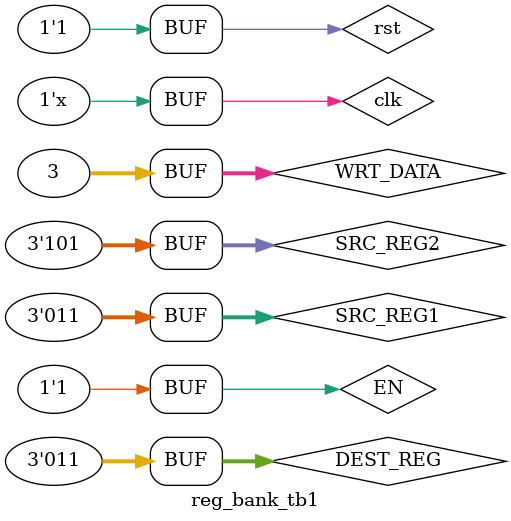
<source format=v>
`timescale 1ns / 1ps


module reg_bank_tb1;

	// Inputs
	reg clk;
	reg rst;
	reg [2:0] SRC_REG1;
	reg [2:0] SRC_REG2;
	reg [2:0] DEST_REG;
	reg [31:0] WRT_DATA;
	reg EN;

	// Outputs
	wire [31:0] REG1_DATA;
	wire [31:0] REG2_DATA;

	// Instantiate the Unit Under Test (UUT)
	REG_BANK uut (
		.clk(clk), 
		.rst(rst), 
		.SRC_REG1(SRC_REG1), 
		.SRC_REG2(SRC_REG2), 
		.DEST_REG(DEST_REG), 
		.WRT_DATA(WRT_DATA), 
		.EN(EN), 
		.REG1_DATA(REG1_DATA), 
		.REG2_DATA(REG2_DATA)
	);
	initial clk =0;
	always #5 clk = ~clk;

	initial begin
		// Initialize Inputs
		rst = 0;
		SRC_REG1 = 0;
		SRC_REG2 = 0;
		DEST_REG = 0;
		WRT_DATA = 0;
		EN = 0;
		
		#100
		WRT_DATA = 3;
		DEST_REG = 3;
		
		#100
		EN = 1;
		SRC_REG1 = 3;
		SRC_REG2 = 5;
		
		#50
		rst =1;
		
		#50
		rst =0;
		
		
		// Wait 100 ns for global reset to finish
		#100;
       rst =1;

	end
      
endmodule


</source>
